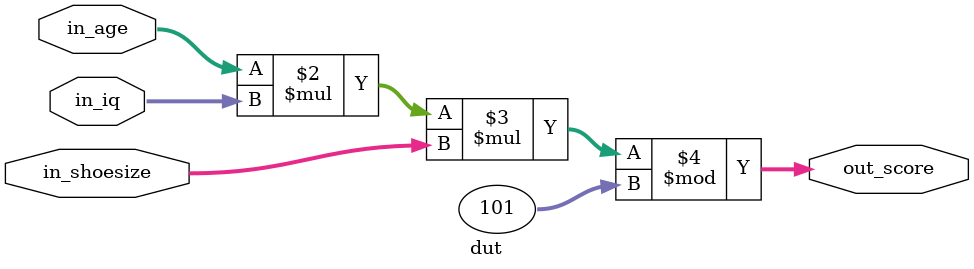
<source format=sv>
module dut(
    input integer in_age,
    input integer in_iq,
    input integer in_shoesize,
    output integer out_score
	);


    always@(*) begin
        out_score = (in_age * in_iq * in_shoesize)%101;  
    end


endmodule

</source>
